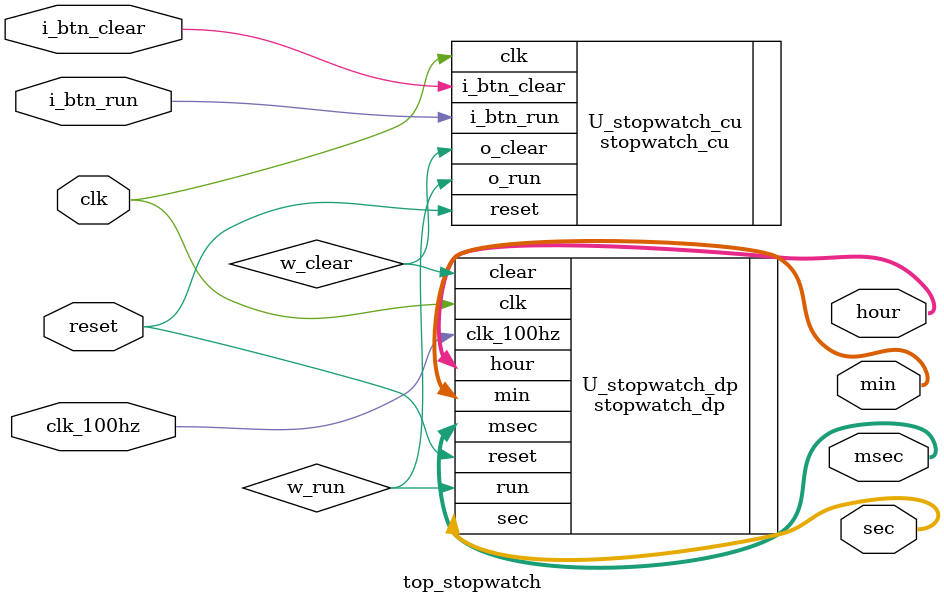
<source format=v>
`timescale 1ns / 1ps

module top_stopwatch(
    input clk,
    input reset,
    input i_btn_run,
    input i_btn_clear,
    input clk_100hz,
    output [6:0] msec,
    output [5:0] sec,
    output [5:0] min,
    output [4:0] hour
    );

    wire w_run, w_clear;

    stopwatch_dp U_stopwatch_dp(
        .clk(clk),
        .reset(reset),
        .run(w_run),
        .clear(w_clear),
        .clk_100hz(clk_100hz),
        .msec(msec),
        .sec(sec),
        .min(min),
        .hour(hour)
    );

    stopwatch_cu U_stopwatch_cu(
        .clk(clk),
        .reset(reset),
        .i_btn_run(i_btn_run),
        .i_btn_clear(i_btn_clear),
        .o_run(w_run),
        .o_clear(w_clear)
    );

endmodule
</source>
